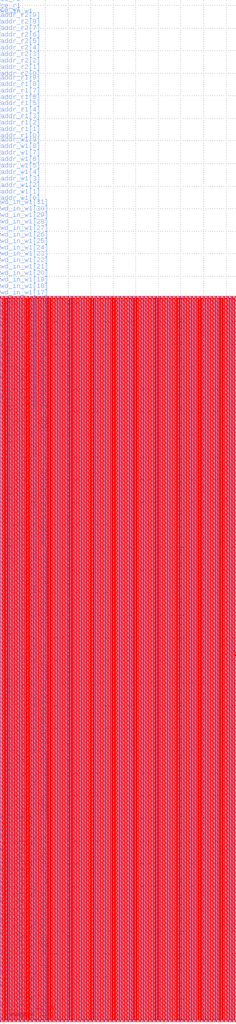
<source format=lef>
VERSION 5.7 ;
BUSBITCHARS "[]" ;
MACRO sram_32x1024_2r1w
  FOREIGN sram_32x1024_2r1w 0 0 ;
  SYMMETRY X Y R90 ;
  SIZE 209.000 BY 642.600 ;
  CLASS BLOCK ;
  PIN w_mask_w1[0]
    DIRECTION INPUT ;
    USE SIGNAL ;
    SHAPE ABUTMENT ;
    PORT
      LAYER metal3 ;
      RECT 0.000 -0.875 0.070 -0.805 ;
    END
  END w_mask_w1[0]
  PIN w_mask_w1[1]
    DIRECTION INPUT ;
    USE SIGNAL ;
    SHAPE ABUTMENT ;
    PORT
      LAYER metal3 ;
      RECT 0.000 4.865 0.070 4.935 ;
    END
  END w_mask_w1[1]
  PIN w_mask_w1[2]
    DIRECTION INPUT ;
    USE SIGNAL ;
    SHAPE ABUTMENT ;
    PORT
      LAYER metal3 ;
      RECT 0.000 10.605 0.070 10.675 ;
    END
  END w_mask_w1[2]
  PIN w_mask_w1[3]
    DIRECTION INPUT ;
    USE SIGNAL ;
    SHAPE ABUTMENT ;
    PORT
      LAYER metal3 ;
      RECT 0.000 16.345 0.070 16.415 ;
    END
  END w_mask_w1[3]
  PIN w_mask_w1[4]
    DIRECTION INPUT ;
    USE SIGNAL ;
    SHAPE ABUTMENT ;
    PORT
      LAYER metal3 ;
      RECT 0.000 22.085 0.070 22.155 ;
    END
  END w_mask_w1[4]
  PIN w_mask_w1[5]
    DIRECTION INPUT ;
    USE SIGNAL ;
    SHAPE ABUTMENT ;
    PORT
      LAYER metal3 ;
      RECT 0.000 27.825 0.070 27.895 ;
    END
  END w_mask_w1[5]
  PIN w_mask_w1[6]
    DIRECTION INPUT ;
    USE SIGNAL ;
    SHAPE ABUTMENT ;
    PORT
      LAYER metal3 ;
      RECT 0.000 33.565 0.070 33.635 ;
    END
  END w_mask_w1[6]
  PIN w_mask_w1[7]
    DIRECTION INPUT ;
    USE SIGNAL ;
    SHAPE ABUTMENT ;
    PORT
      LAYER metal3 ;
      RECT 0.000 39.305 0.070 39.375 ;
    END
  END w_mask_w1[7]
  PIN w_mask_w1[8]
    DIRECTION INPUT ;
    USE SIGNAL ;
    SHAPE ABUTMENT ;
    PORT
      LAYER metal3 ;
      RECT 0.000 45.045 0.070 45.115 ;
    END
  END w_mask_w1[8]
  PIN w_mask_w1[9]
    DIRECTION INPUT ;
    USE SIGNAL ;
    SHAPE ABUTMENT ;
    PORT
      LAYER metal3 ;
      RECT 0.000 50.785 0.070 50.855 ;
    END
  END w_mask_w1[9]
  PIN w_mask_w1[10]
    DIRECTION INPUT ;
    USE SIGNAL ;
    SHAPE ABUTMENT ;
    PORT
      LAYER metal3 ;
      RECT 0.000 56.525 0.070 56.595 ;
    END
  END w_mask_w1[10]
  PIN w_mask_w1[11]
    DIRECTION INPUT ;
    USE SIGNAL ;
    SHAPE ABUTMENT ;
    PORT
      LAYER metal3 ;
      RECT 0.000 62.265 0.070 62.335 ;
    END
  END w_mask_w1[11]
  PIN w_mask_w1[12]
    DIRECTION INPUT ;
    USE SIGNAL ;
    SHAPE ABUTMENT ;
    PORT
      LAYER metal3 ;
      RECT 0.000 68.005 0.070 68.075 ;
    END
  END w_mask_w1[12]
  PIN w_mask_w1[13]
    DIRECTION INPUT ;
    USE SIGNAL ;
    SHAPE ABUTMENT ;
    PORT
      LAYER metal3 ;
      RECT 0.000 73.745 0.070 73.815 ;
    END
  END w_mask_w1[13]
  PIN w_mask_w1[14]
    DIRECTION INPUT ;
    USE SIGNAL ;
    SHAPE ABUTMENT ;
    PORT
      LAYER metal3 ;
      RECT 0.000 79.485 0.070 79.555 ;
    END
  END w_mask_w1[14]
  PIN w_mask_w1[15]
    DIRECTION INPUT ;
    USE SIGNAL ;
    SHAPE ABUTMENT ;
    PORT
      LAYER metal3 ;
      RECT 0.000 85.225 0.070 85.295 ;
    END
  END w_mask_w1[15]
  PIN w_mask_w1[16]
    DIRECTION INPUT ;
    USE SIGNAL ;
    SHAPE ABUTMENT ;
    PORT
      LAYER metal3 ;
      RECT 0.000 90.965 0.070 91.035 ;
    END
  END w_mask_w1[16]
  PIN w_mask_w1[17]
    DIRECTION INPUT ;
    USE SIGNAL ;
    SHAPE ABUTMENT ;
    PORT
      LAYER metal3 ;
      RECT 0.000 96.705 0.070 96.775 ;
    END
  END w_mask_w1[17]
  PIN w_mask_w1[18]
    DIRECTION INPUT ;
    USE SIGNAL ;
    SHAPE ABUTMENT ;
    PORT
      LAYER metal3 ;
      RECT 0.000 102.445 0.070 102.515 ;
    END
  END w_mask_w1[18]
  PIN w_mask_w1[19]
    DIRECTION INPUT ;
    USE SIGNAL ;
    SHAPE ABUTMENT ;
    PORT
      LAYER metal3 ;
      RECT 0.000 108.185 0.070 108.255 ;
    END
  END w_mask_w1[19]
  PIN w_mask_w1[20]
    DIRECTION INPUT ;
    USE SIGNAL ;
    SHAPE ABUTMENT ;
    PORT
      LAYER metal3 ;
      RECT 0.000 113.925 0.070 113.995 ;
    END
  END w_mask_w1[20]
  PIN w_mask_w1[21]
    DIRECTION INPUT ;
    USE SIGNAL ;
    SHAPE ABUTMENT ;
    PORT
      LAYER metal3 ;
      RECT 0.000 119.665 0.070 119.735 ;
    END
  END w_mask_w1[21]
  PIN w_mask_w1[22]
    DIRECTION INPUT ;
    USE SIGNAL ;
    SHAPE ABUTMENT ;
    PORT
      LAYER metal3 ;
      RECT 0.000 125.405 0.070 125.475 ;
    END
  END w_mask_w1[22]
  PIN w_mask_w1[23]
    DIRECTION INPUT ;
    USE SIGNAL ;
    SHAPE ABUTMENT ;
    PORT
      LAYER metal3 ;
      RECT 0.000 131.145 0.070 131.215 ;
    END
  END w_mask_w1[23]
  PIN w_mask_w1[24]
    DIRECTION INPUT ;
    USE SIGNAL ;
    SHAPE ABUTMENT ;
    PORT
      LAYER metal3 ;
      RECT 0.000 136.885 0.070 136.955 ;
    END
  END w_mask_w1[24]
  PIN w_mask_w1[25]
    DIRECTION INPUT ;
    USE SIGNAL ;
    SHAPE ABUTMENT ;
    PORT
      LAYER metal3 ;
      RECT 0.000 142.625 0.070 142.695 ;
    END
  END w_mask_w1[25]
  PIN w_mask_w1[26]
    DIRECTION INPUT ;
    USE SIGNAL ;
    SHAPE ABUTMENT ;
    PORT
      LAYER metal3 ;
      RECT 0.000 148.365 0.070 148.435 ;
    END
  END w_mask_w1[26]
  PIN w_mask_w1[27]
    DIRECTION INPUT ;
    USE SIGNAL ;
    SHAPE ABUTMENT ;
    PORT
      LAYER metal3 ;
      RECT 0.000 154.105 0.070 154.175 ;
    END
  END w_mask_w1[27]
  PIN w_mask_w1[28]
    DIRECTION INPUT ;
    USE SIGNAL ;
    SHAPE ABUTMENT ;
    PORT
      LAYER metal3 ;
      RECT 0.000 159.845 0.070 159.915 ;
    END
  END w_mask_w1[28]
  PIN w_mask_w1[29]
    DIRECTION INPUT ;
    USE SIGNAL ;
    SHAPE ABUTMENT ;
    PORT
      LAYER metal3 ;
      RECT 0.000 165.585 0.070 165.655 ;
    END
  END w_mask_w1[29]
  PIN w_mask_w1[30]
    DIRECTION INPUT ;
    USE SIGNAL ;
    SHAPE ABUTMENT ;
    PORT
      LAYER metal3 ;
      RECT 0.000 171.325 0.070 171.395 ;
    END
  END w_mask_w1[30]
  PIN w_mask_w1[31]
    DIRECTION INPUT ;
    USE SIGNAL ;
    SHAPE ABUTMENT ;
    PORT
      LAYER metal3 ;
      RECT 0.000 177.065 0.070 177.135 ;
    END
  END w_mask_w1[31]
  PIN rd_out_r1[0]
    DIRECTION OUTPUT ;
    USE SIGNAL ;
    SHAPE ABUTMENT ;
    PORT
      LAYER metal3 ;
      RECT 0.000 180.565 0.070 180.635 ;
    END
  END rd_out_r1[0]
  PIN rd_out_r1[1]
    DIRECTION OUTPUT ;
    USE SIGNAL ;
    SHAPE ABUTMENT ;
    PORT
      LAYER metal3 ;
      RECT 0.000 186.305 0.070 186.375 ;
    END
  END rd_out_r1[1]
  PIN rd_out_r1[2]
    DIRECTION OUTPUT ;
    USE SIGNAL ;
    SHAPE ABUTMENT ;
    PORT
      LAYER metal3 ;
      RECT 0.000 192.045 0.070 192.115 ;
    END
  END rd_out_r1[2]
  PIN rd_out_r1[3]
    DIRECTION OUTPUT ;
    USE SIGNAL ;
    SHAPE ABUTMENT ;
    PORT
      LAYER metal3 ;
      RECT 0.000 197.785 0.070 197.855 ;
    END
  END rd_out_r1[3]
  PIN rd_out_r1[4]
    DIRECTION OUTPUT ;
    USE SIGNAL ;
    SHAPE ABUTMENT ;
    PORT
      LAYER metal3 ;
      RECT 0.000 203.525 0.070 203.595 ;
    END
  END rd_out_r1[4]
  PIN rd_out_r1[5]
    DIRECTION OUTPUT ;
    USE SIGNAL ;
    SHAPE ABUTMENT ;
    PORT
      LAYER metal3 ;
      RECT 0.000 209.265 0.070 209.335 ;
    END
  END rd_out_r1[5]
  PIN rd_out_r1[6]
    DIRECTION OUTPUT ;
    USE SIGNAL ;
    SHAPE ABUTMENT ;
    PORT
      LAYER metal3 ;
      RECT 0.000 215.005 0.070 215.075 ;
    END
  END rd_out_r1[6]
  PIN rd_out_r1[7]
    DIRECTION OUTPUT ;
    USE SIGNAL ;
    SHAPE ABUTMENT ;
    PORT
      LAYER metal3 ;
      RECT 0.000 220.745 0.070 220.815 ;
    END
  END rd_out_r1[7]
  PIN rd_out_r1[8]
    DIRECTION OUTPUT ;
    USE SIGNAL ;
    SHAPE ABUTMENT ;
    PORT
      LAYER metal3 ;
      RECT 0.000 226.485 0.070 226.555 ;
    END
  END rd_out_r1[8]
  PIN rd_out_r1[9]
    DIRECTION OUTPUT ;
    USE SIGNAL ;
    SHAPE ABUTMENT ;
    PORT
      LAYER metal3 ;
      RECT 0.000 232.225 0.070 232.295 ;
    END
  END rd_out_r1[9]
  PIN rd_out_r1[10]
    DIRECTION OUTPUT ;
    USE SIGNAL ;
    SHAPE ABUTMENT ;
    PORT
      LAYER metal3 ;
      RECT 0.000 237.965 0.070 238.035 ;
    END
  END rd_out_r1[10]
  PIN rd_out_r1[11]
    DIRECTION OUTPUT ;
    USE SIGNAL ;
    SHAPE ABUTMENT ;
    PORT
      LAYER metal3 ;
      RECT 0.000 243.705 0.070 243.775 ;
    END
  END rd_out_r1[11]
  PIN rd_out_r1[12]
    DIRECTION OUTPUT ;
    USE SIGNAL ;
    SHAPE ABUTMENT ;
    PORT
      LAYER metal3 ;
      RECT 0.000 249.445 0.070 249.515 ;
    END
  END rd_out_r1[12]
  PIN rd_out_r1[13]
    DIRECTION OUTPUT ;
    USE SIGNAL ;
    SHAPE ABUTMENT ;
    PORT
      LAYER metal3 ;
      RECT 0.000 255.185 0.070 255.255 ;
    END
  END rd_out_r1[13]
  PIN rd_out_r1[14]
    DIRECTION OUTPUT ;
    USE SIGNAL ;
    SHAPE ABUTMENT ;
    PORT
      LAYER metal3 ;
      RECT 0.000 260.925 0.070 260.995 ;
    END
  END rd_out_r1[14]
  PIN rd_out_r1[15]
    DIRECTION OUTPUT ;
    USE SIGNAL ;
    SHAPE ABUTMENT ;
    PORT
      LAYER metal3 ;
      RECT 0.000 266.665 0.070 266.735 ;
    END
  END rd_out_r1[15]
  PIN rd_out_r1[16]
    DIRECTION OUTPUT ;
    USE SIGNAL ;
    SHAPE ABUTMENT ;
    PORT
      LAYER metal3 ;
      RECT 0.000 272.405 0.070 272.475 ;
    END
  END rd_out_r1[16]
  PIN rd_out_r1[17]
    DIRECTION OUTPUT ;
    USE SIGNAL ;
    SHAPE ABUTMENT ;
    PORT
      LAYER metal3 ;
      RECT 0.000 278.145 0.070 278.215 ;
    END
  END rd_out_r1[17]
  PIN rd_out_r1[18]
    DIRECTION OUTPUT ;
    USE SIGNAL ;
    SHAPE ABUTMENT ;
    PORT
      LAYER metal3 ;
      RECT 0.000 283.885 0.070 283.955 ;
    END
  END rd_out_r1[18]
  PIN rd_out_r1[19]
    DIRECTION OUTPUT ;
    USE SIGNAL ;
    SHAPE ABUTMENT ;
    PORT
      LAYER metal3 ;
      RECT 0.000 289.625 0.070 289.695 ;
    END
  END rd_out_r1[19]
  PIN rd_out_r1[20]
    DIRECTION OUTPUT ;
    USE SIGNAL ;
    SHAPE ABUTMENT ;
    PORT
      LAYER metal3 ;
      RECT 0.000 295.365 0.070 295.435 ;
    END
  END rd_out_r1[20]
  PIN rd_out_r1[21]
    DIRECTION OUTPUT ;
    USE SIGNAL ;
    SHAPE ABUTMENT ;
    PORT
      LAYER metal3 ;
      RECT 0.000 301.105 0.070 301.175 ;
    END
  END rd_out_r1[21]
  PIN rd_out_r1[22]
    DIRECTION OUTPUT ;
    USE SIGNAL ;
    SHAPE ABUTMENT ;
    PORT
      LAYER metal3 ;
      RECT 0.000 306.845 0.070 306.915 ;
    END
  END rd_out_r1[22]
  PIN rd_out_r1[23]
    DIRECTION OUTPUT ;
    USE SIGNAL ;
    SHAPE ABUTMENT ;
    PORT
      LAYER metal3 ;
      RECT 0.000 312.585 0.070 312.655 ;
    END
  END rd_out_r1[23]
  PIN rd_out_r1[24]
    DIRECTION OUTPUT ;
    USE SIGNAL ;
    SHAPE ABUTMENT ;
    PORT
      LAYER metal3 ;
      RECT 0.000 318.325 0.070 318.395 ;
    END
  END rd_out_r1[24]
  PIN rd_out_r1[25]
    DIRECTION OUTPUT ;
    USE SIGNAL ;
    SHAPE ABUTMENT ;
    PORT
      LAYER metal3 ;
      RECT 0.000 324.065 0.070 324.135 ;
    END
  END rd_out_r1[25]
  PIN rd_out_r1[26]
    DIRECTION OUTPUT ;
    USE SIGNAL ;
    SHAPE ABUTMENT ;
    PORT
      LAYER metal3 ;
      RECT 0.000 329.805 0.070 329.875 ;
    END
  END rd_out_r1[26]
  PIN rd_out_r1[27]
    DIRECTION OUTPUT ;
    USE SIGNAL ;
    SHAPE ABUTMENT ;
    PORT
      LAYER metal3 ;
      RECT 0.000 335.545 0.070 335.615 ;
    END
  END rd_out_r1[27]
  PIN rd_out_r1[28]
    DIRECTION OUTPUT ;
    USE SIGNAL ;
    SHAPE ABUTMENT ;
    PORT
      LAYER metal3 ;
      RECT 0.000 341.285 0.070 341.355 ;
    END
  END rd_out_r1[28]
  PIN rd_out_r1[29]
    DIRECTION OUTPUT ;
    USE SIGNAL ;
    SHAPE ABUTMENT ;
    PORT
      LAYER metal3 ;
      RECT 0.000 347.025 0.070 347.095 ;
    END
  END rd_out_r1[29]
  PIN rd_out_r1[30]
    DIRECTION OUTPUT ;
    USE SIGNAL ;
    SHAPE ABUTMENT ;
    PORT
      LAYER metal3 ;
      RECT 0.000 352.765 0.070 352.835 ;
    END
  END rd_out_r1[30]
  PIN rd_out_r1[31]
    DIRECTION OUTPUT ;
    USE SIGNAL ;
    SHAPE ABUTMENT ;
    PORT
      LAYER metal3 ;
      RECT 0.000 358.505 0.070 358.575 ;
    END
  END rd_out_r1[31]
  PIN rd_out_r2[0]
    DIRECTION OUTPUT ;
    USE SIGNAL ;
    SHAPE ABUTMENT ;
    PORT
      LAYER metal3 ;
      RECT 0.000 362.005 0.070 362.075 ;
    END
  END rd_out_r2[0]
  PIN rd_out_r2[1]
    DIRECTION OUTPUT ;
    USE SIGNAL ;
    SHAPE ABUTMENT ;
    PORT
      LAYER metal3 ;
      RECT 0.000 367.745 0.070 367.815 ;
    END
  END rd_out_r2[1]
  PIN rd_out_r2[2]
    DIRECTION OUTPUT ;
    USE SIGNAL ;
    SHAPE ABUTMENT ;
    PORT
      LAYER metal3 ;
      RECT 0.000 373.485 0.070 373.555 ;
    END
  END rd_out_r2[2]
  PIN rd_out_r2[3]
    DIRECTION OUTPUT ;
    USE SIGNAL ;
    SHAPE ABUTMENT ;
    PORT
      LAYER metal3 ;
      RECT 0.000 379.225 0.070 379.295 ;
    END
  END rd_out_r2[3]
  PIN rd_out_r2[4]
    DIRECTION OUTPUT ;
    USE SIGNAL ;
    SHAPE ABUTMENT ;
    PORT
      LAYER metal3 ;
      RECT 0.000 384.965 0.070 385.035 ;
    END
  END rd_out_r2[4]
  PIN rd_out_r2[5]
    DIRECTION OUTPUT ;
    USE SIGNAL ;
    SHAPE ABUTMENT ;
    PORT
      LAYER metal3 ;
      RECT 0.000 390.705 0.070 390.775 ;
    END
  END rd_out_r2[5]
  PIN rd_out_r2[6]
    DIRECTION OUTPUT ;
    USE SIGNAL ;
    SHAPE ABUTMENT ;
    PORT
      LAYER metal3 ;
      RECT 0.000 396.445 0.070 396.515 ;
    END
  END rd_out_r2[6]
  PIN rd_out_r2[7]
    DIRECTION OUTPUT ;
    USE SIGNAL ;
    SHAPE ABUTMENT ;
    PORT
      LAYER metal3 ;
      RECT 0.000 402.185 0.070 402.255 ;
    END
  END rd_out_r2[7]
  PIN rd_out_r2[8]
    DIRECTION OUTPUT ;
    USE SIGNAL ;
    SHAPE ABUTMENT ;
    PORT
      LAYER metal3 ;
      RECT 0.000 407.925 0.070 407.995 ;
    END
  END rd_out_r2[8]
  PIN rd_out_r2[9]
    DIRECTION OUTPUT ;
    USE SIGNAL ;
    SHAPE ABUTMENT ;
    PORT
      LAYER metal3 ;
      RECT 0.000 413.665 0.070 413.735 ;
    END
  END rd_out_r2[9]
  PIN rd_out_r2[10]
    DIRECTION OUTPUT ;
    USE SIGNAL ;
    SHAPE ABUTMENT ;
    PORT
      LAYER metal3 ;
      RECT 0.000 419.405 0.070 419.475 ;
    END
  END rd_out_r2[10]
  PIN rd_out_r2[11]
    DIRECTION OUTPUT ;
    USE SIGNAL ;
    SHAPE ABUTMENT ;
    PORT
      LAYER metal3 ;
      RECT 0.000 425.145 0.070 425.215 ;
    END
  END rd_out_r2[11]
  PIN rd_out_r2[12]
    DIRECTION OUTPUT ;
    USE SIGNAL ;
    SHAPE ABUTMENT ;
    PORT
      LAYER metal3 ;
      RECT 0.000 430.885 0.070 430.955 ;
    END
  END rd_out_r2[12]
  PIN rd_out_r2[13]
    DIRECTION OUTPUT ;
    USE SIGNAL ;
    SHAPE ABUTMENT ;
    PORT
      LAYER metal3 ;
      RECT 0.000 436.625 0.070 436.695 ;
    END
  END rd_out_r2[13]
  PIN rd_out_r2[14]
    DIRECTION OUTPUT ;
    USE SIGNAL ;
    SHAPE ABUTMENT ;
    PORT
      LAYER metal3 ;
      RECT 0.000 442.365 0.070 442.435 ;
    END
  END rd_out_r2[14]
  PIN rd_out_r2[15]
    DIRECTION OUTPUT ;
    USE SIGNAL ;
    SHAPE ABUTMENT ;
    PORT
      LAYER metal3 ;
      RECT 0.000 448.105 0.070 448.175 ;
    END
  END rd_out_r2[15]
  PIN rd_out_r2[16]
    DIRECTION OUTPUT ;
    USE SIGNAL ;
    SHAPE ABUTMENT ;
    PORT
      LAYER metal3 ;
      RECT 0.000 453.845 0.070 453.915 ;
    END
  END rd_out_r2[16]
  PIN rd_out_r2[17]
    DIRECTION OUTPUT ;
    USE SIGNAL ;
    SHAPE ABUTMENT ;
    PORT
      LAYER metal3 ;
      RECT 0.000 459.585 0.070 459.655 ;
    END
  END rd_out_r2[17]
  PIN rd_out_r2[18]
    DIRECTION OUTPUT ;
    USE SIGNAL ;
    SHAPE ABUTMENT ;
    PORT
      LAYER metal3 ;
      RECT 0.000 465.325 0.070 465.395 ;
    END
  END rd_out_r2[18]
  PIN rd_out_r2[19]
    DIRECTION OUTPUT ;
    USE SIGNAL ;
    SHAPE ABUTMENT ;
    PORT
      LAYER metal3 ;
      RECT 0.000 471.065 0.070 471.135 ;
    END
  END rd_out_r2[19]
  PIN rd_out_r2[20]
    DIRECTION OUTPUT ;
    USE SIGNAL ;
    SHAPE ABUTMENT ;
    PORT
      LAYER metal3 ;
      RECT 0.000 476.805 0.070 476.875 ;
    END
  END rd_out_r2[20]
  PIN rd_out_r2[21]
    DIRECTION OUTPUT ;
    USE SIGNAL ;
    SHAPE ABUTMENT ;
    PORT
      LAYER metal3 ;
      RECT 0.000 482.545 0.070 482.615 ;
    END
  END rd_out_r2[21]
  PIN rd_out_r2[22]
    DIRECTION OUTPUT ;
    USE SIGNAL ;
    SHAPE ABUTMENT ;
    PORT
      LAYER metal3 ;
      RECT 0.000 488.285 0.070 488.355 ;
    END
  END rd_out_r2[22]
  PIN rd_out_r2[23]
    DIRECTION OUTPUT ;
    USE SIGNAL ;
    SHAPE ABUTMENT ;
    PORT
      LAYER metal3 ;
      RECT 0.000 494.025 0.070 494.095 ;
    END
  END rd_out_r2[23]
  PIN rd_out_r2[24]
    DIRECTION OUTPUT ;
    USE SIGNAL ;
    SHAPE ABUTMENT ;
    PORT
      LAYER metal3 ;
      RECT 0.000 499.765 0.070 499.835 ;
    END
  END rd_out_r2[24]
  PIN rd_out_r2[25]
    DIRECTION OUTPUT ;
    USE SIGNAL ;
    SHAPE ABUTMENT ;
    PORT
      LAYER metal3 ;
      RECT 0.000 505.505 0.070 505.575 ;
    END
  END rd_out_r2[25]
  PIN rd_out_r2[26]
    DIRECTION OUTPUT ;
    USE SIGNAL ;
    SHAPE ABUTMENT ;
    PORT
      LAYER metal3 ;
      RECT 0.000 511.245 0.070 511.315 ;
    END
  END rd_out_r2[26]
  PIN rd_out_r2[27]
    DIRECTION OUTPUT ;
    USE SIGNAL ;
    SHAPE ABUTMENT ;
    PORT
      LAYER metal3 ;
      RECT 0.000 516.985 0.070 517.055 ;
    END
  END rd_out_r2[27]
  PIN rd_out_r2[28]
    DIRECTION OUTPUT ;
    USE SIGNAL ;
    SHAPE ABUTMENT ;
    PORT
      LAYER metal3 ;
      RECT 0.000 522.725 0.070 522.795 ;
    END
  END rd_out_r2[28]
  PIN rd_out_r2[29]
    DIRECTION OUTPUT ;
    USE SIGNAL ;
    SHAPE ABUTMENT ;
    PORT
      LAYER metal3 ;
      RECT 0.000 528.465 0.070 528.535 ;
    END
  END rd_out_r2[29]
  PIN rd_out_r2[30]
    DIRECTION OUTPUT ;
    USE SIGNAL ;
    SHAPE ABUTMENT ;
    PORT
      LAYER metal3 ;
      RECT 0.000 534.205 0.070 534.275 ;
    END
  END rd_out_r2[30]
  PIN rd_out_r2[31]
    DIRECTION OUTPUT ;
    USE SIGNAL ;
    SHAPE ABUTMENT ;
    PORT
      LAYER metal3 ;
      RECT 0.000 539.945 0.070 540.015 ;
    END
  END rd_out_r2[31]
  PIN wd_in_w1[0]
    DIRECTION INPUT ;
    USE SIGNAL ;
    SHAPE ABUTMENT ;
    PORT
      LAYER metal3 ;
      RECT 0.000 543.445 0.070 543.515 ;
    END
  END wd_in_w1[0]
  PIN wd_in_w1[1]
    DIRECTION INPUT ;
    USE SIGNAL ;
    SHAPE ABUTMENT ;
    PORT
      LAYER metal3 ;
      RECT 0.000 549.185 0.070 549.255 ;
    END
  END wd_in_w1[1]
  PIN wd_in_w1[2]
    DIRECTION INPUT ;
    USE SIGNAL ;
    SHAPE ABUTMENT ;
    PORT
      LAYER metal3 ;
      RECT 0.000 554.925 0.070 554.995 ;
    END
  END wd_in_w1[2]
  PIN wd_in_w1[3]
    DIRECTION INPUT ;
    USE SIGNAL ;
    SHAPE ABUTMENT ;
    PORT
      LAYER metal3 ;
      RECT 0.000 560.665 0.070 560.735 ;
    END
  END wd_in_w1[3]
  PIN wd_in_w1[4]
    DIRECTION INPUT ;
    USE SIGNAL ;
    SHAPE ABUTMENT ;
    PORT
      LAYER metal3 ;
      RECT 0.000 566.405 0.070 566.475 ;
    END
  END wd_in_w1[4]
  PIN wd_in_w1[5]
    DIRECTION INPUT ;
    USE SIGNAL ;
    SHAPE ABUTMENT ;
    PORT
      LAYER metal3 ;
      RECT 0.000 572.145 0.070 572.215 ;
    END
  END wd_in_w1[5]
  PIN wd_in_w1[6]
    DIRECTION INPUT ;
    USE SIGNAL ;
    SHAPE ABUTMENT ;
    PORT
      LAYER metal3 ;
      RECT 0.000 577.885 0.070 577.955 ;
    END
  END wd_in_w1[6]
  PIN wd_in_w1[7]
    DIRECTION INPUT ;
    USE SIGNAL ;
    SHAPE ABUTMENT ;
    PORT
      LAYER metal3 ;
      RECT 0.000 583.625 0.070 583.695 ;
    END
  END wd_in_w1[7]
  PIN wd_in_w1[8]
    DIRECTION INPUT ;
    USE SIGNAL ;
    SHAPE ABUTMENT ;
    PORT
      LAYER metal3 ;
      RECT 0.000 589.365 0.070 589.435 ;
    END
  END wd_in_w1[8]
  PIN wd_in_w1[9]
    DIRECTION INPUT ;
    USE SIGNAL ;
    SHAPE ABUTMENT ;
    PORT
      LAYER metal3 ;
      RECT 0.000 595.105 0.070 595.175 ;
    END
  END wd_in_w1[9]
  PIN wd_in_w1[10]
    DIRECTION INPUT ;
    USE SIGNAL ;
    SHAPE ABUTMENT ;
    PORT
      LAYER metal3 ;
      RECT 0.000 600.845 0.070 600.915 ;
    END
  END wd_in_w1[10]
  PIN wd_in_w1[11]
    DIRECTION INPUT ;
    USE SIGNAL ;
    SHAPE ABUTMENT ;
    PORT
      LAYER metal3 ;
      RECT 0.000 606.585 0.070 606.655 ;
    END
  END wd_in_w1[11]
  PIN wd_in_w1[12]
    DIRECTION INPUT ;
    USE SIGNAL ;
    SHAPE ABUTMENT ;
    PORT
      LAYER metal3 ;
      RECT 0.000 612.325 0.070 612.395 ;
    END
  END wd_in_w1[12]
  PIN wd_in_w1[13]
    DIRECTION INPUT ;
    USE SIGNAL ;
    SHAPE ABUTMENT ;
    PORT
      LAYER metal3 ;
      RECT 0.000 618.065 0.070 618.135 ;
    END
  END wd_in_w1[13]
  PIN wd_in_w1[14]
    DIRECTION INPUT ;
    USE SIGNAL ;
    SHAPE ABUTMENT ;
    PORT
      LAYER metal3 ;
      RECT 0.000 623.805 0.070 623.875 ;
    END
  END wd_in_w1[14]
  PIN wd_in_w1[15]
    DIRECTION INPUT ;
    USE SIGNAL ;
    SHAPE ABUTMENT ;
    PORT
      LAYER metal3 ;
      RECT 0.000 629.545 0.070 629.615 ;
    END
  END wd_in_w1[15]
  PIN wd_in_w1[16]
    DIRECTION INPUT ;
    USE SIGNAL ;
    SHAPE ABUTMENT ;
    PORT
      LAYER metal3 ;
      RECT 0.000 635.285 0.070 635.355 ;
    END
  END wd_in_w1[16]
  PIN wd_in_w1[17]
    DIRECTION INPUT ;
    USE SIGNAL ;
    SHAPE ABUTMENT ;
    PORT
      LAYER metal3 ;
      RECT 0.000 641.025 0.070 641.095 ;
    END
  END wd_in_w1[17]
  PIN wd_in_w1[18]
    DIRECTION INPUT ;
    USE SIGNAL ;
    SHAPE ABUTMENT ;
    PORT
      LAYER metal3 ;
      RECT 0.000 646.765 0.070 646.835 ;
    END
  END wd_in_w1[18]
  PIN wd_in_w1[19]
    DIRECTION INPUT ;
    USE SIGNAL ;
    SHAPE ABUTMENT ;
    PORT
      LAYER metal3 ;
      RECT 0.000 652.505 0.070 652.575 ;
    END
  END wd_in_w1[19]
  PIN wd_in_w1[20]
    DIRECTION INPUT ;
    USE SIGNAL ;
    SHAPE ABUTMENT ;
    PORT
      LAYER metal3 ;
      RECT 0.000 658.245 0.070 658.315 ;
    END
  END wd_in_w1[20]
  PIN wd_in_w1[21]
    DIRECTION INPUT ;
    USE SIGNAL ;
    SHAPE ABUTMENT ;
    PORT
      LAYER metal3 ;
      RECT 0.000 663.985 0.070 664.055 ;
    END
  END wd_in_w1[21]
  PIN wd_in_w1[22]
    DIRECTION INPUT ;
    USE SIGNAL ;
    SHAPE ABUTMENT ;
    PORT
      LAYER metal3 ;
      RECT 0.000 669.725 0.070 669.795 ;
    END
  END wd_in_w1[22]
  PIN wd_in_w1[23]
    DIRECTION INPUT ;
    USE SIGNAL ;
    SHAPE ABUTMENT ;
    PORT
      LAYER metal3 ;
      RECT 0.000 675.465 0.070 675.535 ;
    END
  END wd_in_w1[23]
  PIN wd_in_w1[24]
    DIRECTION INPUT ;
    USE SIGNAL ;
    SHAPE ABUTMENT ;
    PORT
      LAYER metal3 ;
      RECT 0.000 681.205 0.070 681.275 ;
    END
  END wd_in_w1[24]
  PIN wd_in_w1[25]
    DIRECTION INPUT ;
    USE SIGNAL ;
    SHAPE ABUTMENT ;
    PORT
      LAYER metal3 ;
      RECT 0.000 686.945 0.070 687.015 ;
    END
  END wd_in_w1[25]
  PIN wd_in_w1[26]
    DIRECTION INPUT ;
    USE SIGNAL ;
    SHAPE ABUTMENT ;
    PORT
      LAYER metal3 ;
      RECT 0.000 692.685 0.070 692.755 ;
    END
  END wd_in_w1[26]
  PIN wd_in_w1[27]
    DIRECTION INPUT ;
    USE SIGNAL ;
    SHAPE ABUTMENT ;
    PORT
      LAYER metal3 ;
      RECT 0.000 698.425 0.070 698.495 ;
    END
  END wd_in_w1[27]
  PIN wd_in_w1[28]
    DIRECTION INPUT ;
    USE SIGNAL ;
    SHAPE ABUTMENT ;
    PORT
      LAYER metal3 ;
      RECT 0.000 704.165 0.070 704.235 ;
    END
  END wd_in_w1[28]
  PIN wd_in_w1[29]
    DIRECTION INPUT ;
    USE SIGNAL ;
    SHAPE ABUTMENT ;
    PORT
      LAYER metal3 ;
      RECT 0.000 709.905 0.070 709.975 ;
    END
  END wd_in_w1[29]
  PIN wd_in_w1[30]
    DIRECTION INPUT ;
    USE SIGNAL ;
    SHAPE ABUTMENT ;
    PORT
      LAYER metal3 ;
      RECT 0.000 715.645 0.070 715.715 ;
    END
  END wd_in_w1[30]
  PIN wd_in_w1[31]
    DIRECTION INPUT ;
    USE SIGNAL ;
    SHAPE ABUTMENT ;
    PORT
      LAYER metal3 ;
      RECT 0.000 721.385 0.070 721.455 ;
    END
  END wd_in_w1[31]
  PIN addr_w1[0]
    DIRECTION INPUT ;
    USE SIGNAL ;
    SHAPE ABUTMENT ;
    PORT
      LAYER metal3 ;
      RECT 0.000 724.885 0.070 724.955 ;
    END
  END addr_w1[0]
  PIN addr_w1[1]
    DIRECTION INPUT ;
    USE SIGNAL ;
    SHAPE ABUTMENT ;
    PORT
      LAYER metal3 ;
      RECT 0.000 730.625 0.070 730.695 ;
    END
  END addr_w1[1]
  PIN addr_w1[2]
    DIRECTION INPUT ;
    USE SIGNAL ;
    SHAPE ABUTMENT ;
    PORT
      LAYER metal3 ;
      RECT 0.000 736.365 0.070 736.435 ;
    END
  END addr_w1[2]
  PIN addr_w1[3]
    DIRECTION INPUT ;
    USE SIGNAL ;
    SHAPE ABUTMENT ;
    PORT
      LAYER metal3 ;
      RECT 0.000 742.105 0.070 742.175 ;
    END
  END addr_w1[3]
  PIN addr_w1[4]
    DIRECTION INPUT ;
    USE SIGNAL ;
    SHAPE ABUTMENT ;
    PORT
      LAYER metal3 ;
      RECT 0.000 747.845 0.070 747.915 ;
    END
  END addr_w1[4]
  PIN addr_w1[5]
    DIRECTION INPUT ;
    USE SIGNAL ;
    SHAPE ABUTMENT ;
    PORT
      LAYER metal3 ;
      RECT 0.000 753.585 0.070 753.655 ;
    END
  END addr_w1[5]
  PIN addr_w1[6]
    DIRECTION INPUT ;
    USE SIGNAL ;
    SHAPE ABUTMENT ;
    PORT
      LAYER metal3 ;
      RECT 0.000 759.325 0.070 759.395 ;
    END
  END addr_w1[6]
  PIN addr_w1[7]
    DIRECTION INPUT ;
    USE SIGNAL ;
    SHAPE ABUTMENT ;
    PORT
      LAYER metal3 ;
      RECT 0.000 765.065 0.070 765.135 ;
    END
  END addr_w1[7]
  PIN addr_w1[8]
    DIRECTION INPUT ;
    USE SIGNAL ;
    SHAPE ABUTMENT ;
    PORT
      LAYER metal3 ;
      RECT 0.000 770.805 0.070 770.875 ;
    END
  END addr_w1[8]
  PIN addr_w1[9]
    DIRECTION INPUT ;
    USE SIGNAL ;
    SHAPE ABUTMENT ;
    PORT
      LAYER metal3 ;
      RECT 0.000 776.545 0.070 776.615 ;
    END
  END addr_w1[9]
  PIN addr_r1[0]
    DIRECTION INPUT ;
    USE SIGNAL ;
    SHAPE ABUTMENT ;
    PORT
      LAYER metal3 ;
      RECT 0.000 780.045 0.070 780.115 ;
    END
  END addr_r1[0]
  PIN addr_r1[1]
    DIRECTION INPUT ;
    USE SIGNAL ;
    SHAPE ABUTMENT ;
    PORT
      LAYER metal3 ;
      RECT 0.000 785.785 0.070 785.855 ;
    END
  END addr_r1[1]
  PIN addr_r1[2]
    DIRECTION INPUT ;
    USE SIGNAL ;
    SHAPE ABUTMENT ;
    PORT
      LAYER metal3 ;
      RECT 0.000 791.525 0.070 791.595 ;
    END
  END addr_r1[2]
  PIN addr_r1[3]
    DIRECTION INPUT ;
    USE SIGNAL ;
    SHAPE ABUTMENT ;
    PORT
      LAYER metal3 ;
      RECT 0.000 797.265 0.070 797.335 ;
    END
  END addr_r1[3]
  PIN addr_r1[4]
    DIRECTION INPUT ;
    USE SIGNAL ;
    SHAPE ABUTMENT ;
    PORT
      LAYER metal3 ;
      RECT 0.000 803.005 0.070 803.075 ;
    END
  END addr_r1[4]
  PIN addr_r1[5]
    DIRECTION INPUT ;
    USE SIGNAL ;
    SHAPE ABUTMENT ;
    PORT
      LAYER metal3 ;
      RECT 0.000 808.745 0.070 808.815 ;
    END
  END addr_r1[5]
  PIN addr_r1[6]
    DIRECTION INPUT ;
    USE SIGNAL ;
    SHAPE ABUTMENT ;
    PORT
      LAYER metal3 ;
      RECT 0.000 814.485 0.070 814.555 ;
    END
  END addr_r1[6]
  PIN addr_r1[7]
    DIRECTION INPUT ;
    USE SIGNAL ;
    SHAPE ABUTMENT ;
    PORT
      LAYER metal3 ;
      RECT 0.000 820.225 0.070 820.295 ;
    END
  END addr_r1[7]
  PIN addr_r1[8]
    DIRECTION INPUT ;
    USE SIGNAL ;
    SHAPE ABUTMENT ;
    PORT
      LAYER metal3 ;
      RECT 0.000 825.965 0.070 826.035 ;
    END
  END addr_r1[8]
  PIN addr_r1[9]
    DIRECTION INPUT ;
    USE SIGNAL ;
    SHAPE ABUTMENT ;
    PORT
      LAYER metal3 ;
      RECT 0.000 831.705 0.070 831.775 ;
    END
  END addr_r1[9]
  PIN addr_r2[0]
    DIRECTION INPUT ;
    USE SIGNAL ;
    SHAPE ABUTMENT ;
    PORT
      LAYER metal3 ;
      RECT 0.000 835.205 0.070 835.275 ;
    END
  END addr_r2[0]
  PIN addr_r2[1]
    DIRECTION INPUT ;
    USE SIGNAL ;
    SHAPE ABUTMENT ;
    PORT
      LAYER metal3 ;
      RECT 0.000 840.945 0.070 841.015 ;
    END
  END addr_r2[1]
  PIN addr_r2[2]
    DIRECTION INPUT ;
    USE SIGNAL ;
    SHAPE ABUTMENT ;
    PORT
      LAYER metal3 ;
      RECT 0.000 846.685 0.070 846.755 ;
    END
  END addr_r2[2]
  PIN addr_r2[3]
    DIRECTION INPUT ;
    USE SIGNAL ;
    SHAPE ABUTMENT ;
    PORT
      LAYER metal3 ;
      RECT 0.000 852.425 0.070 852.495 ;
    END
  END addr_r2[3]
  PIN addr_r2[4]
    DIRECTION INPUT ;
    USE SIGNAL ;
    SHAPE ABUTMENT ;
    PORT
      LAYER metal3 ;
      RECT 0.000 858.165 0.070 858.235 ;
    END
  END addr_r2[4]
  PIN addr_r2[5]
    DIRECTION INPUT ;
    USE SIGNAL ;
    SHAPE ABUTMENT ;
    PORT
      LAYER metal3 ;
      RECT 0.000 863.905 0.070 863.975 ;
    END
  END addr_r2[5]
  PIN addr_r2[6]
    DIRECTION INPUT ;
    USE SIGNAL ;
    SHAPE ABUTMENT ;
    PORT
      LAYER metal3 ;
      RECT 0.000 869.645 0.070 869.715 ;
    END
  END addr_r2[6]
  PIN addr_r2[7]
    DIRECTION INPUT ;
    USE SIGNAL ;
    SHAPE ABUTMENT ;
    PORT
      LAYER metal3 ;
      RECT 0.000 875.385 0.070 875.455 ;
    END
  END addr_r2[7]
  PIN addr_r2[8]
    DIRECTION INPUT ;
    USE SIGNAL ;
    SHAPE ABUTMENT ;
    PORT
      LAYER metal3 ;
      RECT 0.000 881.125 0.070 881.195 ;
    END
  END addr_r2[8]
  PIN addr_r2[9]
    DIRECTION INPUT ;
    USE SIGNAL ;
    SHAPE ABUTMENT ;
    PORT
      LAYER metal3 ;
      RECT 0.000 886.865 0.070 886.935 ;
    END
  END addr_r2[9]
  PIN we_in_w1
    DIRECTION INPUT ;
    USE SIGNAL ;
    SHAPE ABUTMENT ;
    PORT
      LAYER metal3 ;
      RECT 0.000 890.365 0.070 890.435 ;
    END
  END we_in_w1
  PIN ce_w1
    DIRECTION INPUT ;
    USE SIGNAL ;
    SHAPE ABUTMENT ;
    PORT
      LAYER metal3 ;
      RECT 0.000 891.625 0.070 891.695 ;
    END
  END ce_w1
  PIN ce_r1
    DIRECTION INPUT ;
    USE SIGNAL ;
    SHAPE ABUTMENT ;
    PORT
      LAYER metal3 ;
      RECT 0.000 895.125 0.070 895.195 ;
    END
  END ce_r1
  PIN ce_r2
    DIRECTION INPUT ;
    USE SIGNAL ;
    SHAPE ABUTMENT ;
    PORT
      LAYER metal3 ;
      RECT 0.000 900.865 0.070 900.935 ;
    END
  END ce_r2
  PIN clk
    DIRECTION INPUT ;
    USE SIGNAL ;
    SHAPE ABUTMENT ;
    PORT
      LAYER metal3 ;
      RECT 0.000 904.365 0.070 904.435 ;
    END
  END clk
  PIN VSS
    DIRECTION INOUT ;
    USE GROUND ;
    PORT
      LAYER metal4 ;
      RECT 1.260 1.400 1.540 641.200 ;
      RECT 3.500 1.400 3.780 641.200 ;
      RECT 5.740 1.400 6.020 641.200 ;
      RECT 7.980 1.400 8.260 641.200 ;
      RECT 10.220 1.400 10.500 641.200 ;
      RECT 12.460 1.400 12.740 641.200 ;
      RECT 14.700 1.400 14.980 641.200 ;
      RECT 16.940 1.400 17.220 641.200 ;
      RECT 19.180 1.400 19.460 641.200 ;
      RECT 21.420 1.400 21.700 641.200 ;
      RECT 23.660 1.400 23.940 641.200 ;
      RECT 25.900 1.400 26.180 641.200 ;
      RECT 28.140 1.400 28.420 641.200 ;
      RECT 30.380 1.400 30.660 641.200 ;
      RECT 32.620 1.400 32.900 641.200 ;
      RECT 34.860 1.400 35.140 641.200 ;
      RECT 37.100 1.400 37.380 641.200 ;
      RECT 39.340 1.400 39.620 641.200 ;
      RECT 41.580 1.400 41.860 641.200 ;
      RECT 43.820 1.400 44.100 641.200 ;
      RECT 46.060 1.400 46.340 641.200 ;
      RECT 48.300 1.400 48.580 641.200 ;
      RECT 50.540 1.400 50.820 641.200 ;
      RECT 52.780 1.400 53.060 641.200 ;
      RECT 55.020 1.400 55.300 641.200 ;
      RECT 57.260 1.400 57.540 641.200 ;
      RECT 59.500 1.400 59.780 641.200 ;
      RECT 61.740 1.400 62.020 641.200 ;
      RECT 63.980 1.400 64.260 641.200 ;
      RECT 66.220 1.400 66.500 641.200 ;
      RECT 68.460 1.400 68.740 641.200 ;
      RECT 70.700 1.400 70.980 641.200 ;
      RECT 72.940 1.400 73.220 641.200 ;
      RECT 75.180 1.400 75.460 641.200 ;
      RECT 77.420 1.400 77.700 641.200 ;
      RECT 79.660 1.400 79.940 641.200 ;
      RECT 81.900 1.400 82.180 641.200 ;
      RECT 84.140 1.400 84.420 641.200 ;
      RECT 86.380 1.400 86.660 641.200 ;
      RECT 88.620 1.400 88.900 641.200 ;
      RECT 90.860 1.400 91.140 641.200 ;
      RECT 93.100 1.400 93.380 641.200 ;
      RECT 95.340 1.400 95.620 641.200 ;
      RECT 97.580 1.400 97.860 641.200 ;
      RECT 99.820 1.400 100.100 641.200 ;
      RECT 102.060 1.400 102.340 641.200 ;
      RECT 104.300 1.400 104.580 641.200 ;
      RECT 106.540 1.400 106.820 641.200 ;
      RECT 108.780 1.400 109.060 641.200 ;
      RECT 111.020 1.400 111.300 641.200 ;
      RECT 113.260 1.400 113.540 641.200 ;
      RECT 115.500 1.400 115.780 641.200 ;
      RECT 117.740 1.400 118.020 641.200 ;
      RECT 119.980 1.400 120.260 641.200 ;
      RECT 122.220 1.400 122.500 641.200 ;
      RECT 124.460 1.400 124.740 641.200 ;
      RECT 126.700 1.400 126.980 641.200 ;
      RECT 128.940 1.400 129.220 641.200 ;
      RECT 131.180 1.400 131.460 641.200 ;
      RECT 133.420 1.400 133.700 641.200 ;
      RECT 135.660 1.400 135.940 641.200 ;
      RECT 137.900 1.400 138.180 641.200 ;
      RECT 140.140 1.400 140.420 641.200 ;
      RECT 142.380 1.400 142.660 641.200 ;
      RECT 144.620 1.400 144.900 641.200 ;
      RECT 146.860 1.400 147.140 641.200 ;
      RECT 149.100 1.400 149.380 641.200 ;
      RECT 151.340 1.400 151.620 641.200 ;
      RECT 153.580 1.400 153.860 641.200 ;
      RECT 155.820 1.400 156.100 641.200 ;
      RECT 158.060 1.400 158.340 641.200 ;
      RECT 160.300 1.400 160.580 641.200 ;
      RECT 162.540 1.400 162.820 641.200 ;
      RECT 164.780 1.400 165.060 641.200 ;
      RECT 167.020 1.400 167.300 641.200 ;
      RECT 169.260 1.400 169.540 641.200 ;
      RECT 171.500 1.400 171.780 641.200 ;
      RECT 173.740 1.400 174.020 641.200 ;
      RECT 175.980 1.400 176.260 641.200 ;
      RECT 178.220 1.400 178.500 641.200 ;
      RECT 180.460 1.400 180.740 641.200 ;
      RECT 182.700 1.400 182.980 641.200 ;
      RECT 184.940 1.400 185.220 641.200 ;
      RECT 187.180 1.400 187.460 641.200 ;
      RECT 189.420 1.400 189.700 641.200 ;
      RECT 191.660 1.400 191.940 641.200 ;
      RECT 193.900 1.400 194.180 641.200 ;
      RECT 196.140 1.400 196.420 641.200 ;
      RECT 198.380 1.400 198.660 641.200 ;
      RECT 200.620 1.400 200.900 641.200 ;
      RECT 202.860 1.400 203.140 641.200 ;
      RECT 205.100 1.400 205.380 641.200 ;
      RECT 207.340 1.400 207.620 641.200 ;
    END
  END VSS
  PIN VDD
    DIRECTION INOUT ;
    USE POWER ;
    PORT
      LAYER metal4 ;
      RECT 2.380 1.400 2.660 641.200 ;
      RECT 4.620 1.400 4.900 641.200 ;
      RECT 6.860 1.400 7.140 641.200 ;
      RECT 9.100 1.400 9.380 641.200 ;
      RECT 11.340 1.400 11.620 641.200 ;
      RECT 13.580 1.400 13.860 641.200 ;
      RECT 15.820 1.400 16.100 641.200 ;
      RECT 18.060 1.400 18.340 641.200 ;
      RECT 20.300 1.400 20.580 641.200 ;
      RECT 22.540 1.400 22.820 641.200 ;
      RECT 24.780 1.400 25.060 641.200 ;
      RECT 27.020 1.400 27.300 641.200 ;
      RECT 29.260 1.400 29.540 641.200 ;
      RECT 31.500 1.400 31.780 641.200 ;
      RECT 33.740 1.400 34.020 641.200 ;
      RECT 35.980 1.400 36.260 641.200 ;
      RECT 38.220 1.400 38.500 641.200 ;
      RECT 40.460 1.400 40.740 641.200 ;
      RECT 42.700 1.400 42.980 641.200 ;
      RECT 44.940 1.400 45.220 641.200 ;
      RECT 47.180 1.400 47.460 641.200 ;
      RECT 49.420 1.400 49.700 641.200 ;
      RECT 51.660 1.400 51.940 641.200 ;
      RECT 53.900 1.400 54.180 641.200 ;
      RECT 56.140 1.400 56.420 641.200 ;
      RECT 58.380 1.400 58.660 641.200 ;
      RECT 60.620 1.400 60.900 641.200 ;
      RECT 62.860 1.400 63.140 641.200 ;
      RECT 65.100 1.400 65.380 641.200 ;
      RECT 67.340 1.400 67.620 641.200 ;
      RECT 69.580 1.400 69.860 641.200 ;
      RECT 71.820 1.400 72.100 641.200 ;
      RECT 74.060 1.400 74.340 641.200 ;
      RECT 76.300 1.400 76.580 641.200 ;
      RECT 78.540 1.400 78.820 641.200 ;
      RECT 80.780 1.400 81.060 641.200 ;
      RECT 83.020 1.400 83.300 641.200 ;
      RECT 85.260 1.400 85.540 641.200 ;
      RECT 87.500 1.400 87.780 641.200 ;
      RECT 89.740 1.400 90.020 641.200 ;
      RECT 91.980 1.400 92.260 641.200 ;
      RECT 94.220 1.400 94.500 641.200 ;
      RECT 96.460 1.400 96.740 641.200 ;
      RECT 98.700 1.400 98.980 641.200 ;
      RECT 100.940 1.400 101.220 641.200 ;
      RECT 103.180 1.400 103.460 641.200 ;
      RECT 105.420 1.400 105.700 641.200 ;
      RECT 107.660 1.400 107.940 641.200 ;
      RECT 109.900 1.400 110.180 641.200 ;
      RECT 112.140 1.400 112.420 641.200 ;
      RECT 114.380 1.400 114.660 641.200 ;
      RECT 116.620 1.400 116.900 641.200 ;
      RECT 118.860 1.400 119.140 641.200 ;
      RECT 121.100 1.400 121.380 641.200 ;
      RECT 123.340 1.400 123.620 641.200 ;
      RECT 125.580 1.400 125.860 641.200 ;
      RECT 127.820 1.400 128.100 641.200 ;
      RECT 130.060 1.400 130.340 641.200 ;
      RECT 132.300 1.400 132.580 641.200 ;
      RECT 134.540 1.400 134.820 641.200 ;
      RECT 136.780 1.400 137.060 641.200 ;
      RECT 139.020 1.400 139.300 641.200 ;
      RECT 141.260 1.400 141.540 641.200 ;
      RECT 143.500 1.400 143.780 641.200 ;
      RECT 145.740 1.400 146.020 641.200 ;
      RECT 147.980 1.400 148.260 641.200 ;
      RECT 150.220 1.400 150.500 641.200 ;
      RECT 152.460 1.400 152.740 641.200 ;
      RECT 154.700 1.400 154.980 641.200 ;
      RECT 156.940 1.400 157.220 641.200 ;
      RECT 159.180 1.400 159.460 641.200 ;
      RECT 161.420 1.400 161.700 641.200 ;
      RECT 163.660 1.400 163.940 641.200 ;
      RECT 165.900 1.400 166.180 641.200 ;
      RECT 168.140 1.400 168.420 641.200 ;
      RECT 170.380 1.400 170.660 641.200 ;
      RECT 172.620 1.400 172.900 641.200 ;
      RECT 174.860 1.400 175.140 641.200 ;
      RECT 177.100 1.400 177.380 641.200 ;
      RECT 179.340 1.400 179.620 641.200 ;
      RECT 181.580 1.400 181.860 641.200 ;
      RECT 183.820 1.400 184.100 641.200 ;
      RECT 186.060 1.400 186.340 641.200 ;
      RECT 188.300 1.400 188.580 641.200 ;
      RECT 190.540 1.400 190.820 641.200 ;
      RECT 192.780 1.400 193.060 641.200 ;
      RECT 195.020 1.400 195.300 641.200 ;
      RECT 197.260 1.400 197.540 641.200 ;
      RECT 199.500 1.400 199.780 641.200 ;
      RECT 201.740 1.400 202.020 641.200 ;
      RECT 203.980 1.400 204.260 641.200 ;
      RECT 206.220 1.400 206.500 641.200 ;
    END
  END VDD
  OBS
    LAYER metal1 ;
    RECT 0 0 209.000 642.600 ;
    LAYER metal2 ;
    RECT 0 0 209.000 642.600 ;
    LAYER metal3 ;
    RECT 0.070 0 209.000 642.600 ;
    RECT 0 0.000 0.070 1.365 ;
    RECT 0 1.435 0.070 7.105 ;
    RECT 0 7.175 0.070 12.845 ;
    RECT 0 12.915 0.070 18.585 ;
    RECT 0 18.655 0.070 24.325 ;
    RECT 0 24.395 0.070 30.065 ;
    RECT 0 30.135 0.070 35.805 ;
    RECT 0 35.875 0.070 41.545 ;
    RECT 0 41.615 0.070 47.285 ;
    RECT 0 47.355 0.070 53.025 ;
    RECT 0 53.095 0.070 58.765 ;
    RECT 0 58.835 0.070 64.505 ;
    RECT 0 64.575 0.070 70.245 ;
    RECT 0 70.315 0.070 75.985 ;
    RECT 0 76.055 0.070 81.725 ;
    RECT 0 81.795 0.070 87.465 ;
    RECT 0 87.535 0.070 93.205 ;
    RECT 0 93.275 0.070 98.945 ;
    RECT 0 99.015 0.070 104.685 ;
    RECT 0 104.755 0.070 110.425 ;
    RECT 0 110.495 0.070 116.165 ;
    RECT 0 116.235 0.070 121.905 ;
    RECT 0 121.975 0.070 127.645 ;
    RECT 0 127.715 0.070 133.385 ;
    RECT 0 133.455 0.070 139.125 ;
    RECT 0 139.195 0.070 144.865 ;
    RECT 0 144.935 0.070 150.605 ;
    RECT 0 150.675 0.070 156.345 ;
    RECT 0 156.415 0.070 162.085 ;
    RECT 0 162.155 0.070 167.825 ;
    RECT 0 167.895 0.070 173.565 ;
    RECT 0 173.635 0.070 179.305 ;
    RECT 0 179.375 0.070 182.805 ;
    RECT 0 182.875 0.070 188.545 ;
    RECT 0 188.615 0.070 194.285 ;
    RECT 0 194.355 0.070 200.025 ;
    RECT 0 200.095 0.070 205.765 ;
    RECT 0 205.835 0.070 211.505 ;
    RECT 0 211.575 0.070 217.245 ;
    RECT 0 217.315 0.070 222.985 ;
    RECT 0 223.055 0.070 228.725 ;
    RECT 0 228.795 0.070 234.465 ;
    RECT 0 234.535 0.070 240.205 ;
    RECT 0 240.275 0.070 245.945 ;
    RECT 0 246.015 0.070 251.685 ;
    RECT 0 251.755 0.070 257.425 ;
    RECT 0 257.495 0.070 263.165 ;
    RECT 0 263.235 0.070 268.905 ;
    RECT 0 268.975 0.070 274.645 ;
    RECT 0 274.715 0.070 280.385 ;
    RECT 0 280.455 0.070 286.125 ;
    RECT 0 286.195 0.070 291.865 ;
    RECT 0 291.935 0.070 297.605 ;
    RECT 0 297.675 0.070 303.345 ;
    RECT 0 303.415 0.070 309.085 ;
    RECT 0 309.155 0.070 314.825 ;
    RECT 0 314.895 0.070 320.565 ;
    RECT 0 320.635 0.070 326.305 ;
    RECT 0 326.375 0.070 332.045 ;
    RECT 0 332.115 0.070 337.785 ;
    RECT 0 337.855 0.070 343.525 ;
    RECT 0 343.595 0.070 349.265 ;
    RECT 0 349.335 0.070 355.005 ;
    RECT 0 355.075 0.070 360.745 ;
    RECT 0 360.815 0.070 364.245 ;
    RECT 0 364.315 0.070 369.985 ;
    RECT 0 370.055 0.070 375.725 ;
    RECT 0 375.795 0.070 381.465 ;
    RECT 0 381.535 0.070 387.205 ;
    RECT 0 387.275 0.070 392.945 ;
    RECT 0 393.015 0.070 398.685 ;
    RECT 0 398.755 0.070 404.425 ;
    RECT 0 404.495 0.070 410.165 ;
    RECT 0 410.235 0.070 415.905 ;
    RECT 0 415.975 0.070 421.645 ;
    RECT 0 421.715 0.070 427.385 ;
    RECT 0 427.455 0.070 433.125 ;
    RECT 0 433.195 0.070 438.865 ;
    RECT 0 438.935 0.070 444.605 ;
    RECT 0 444.675 0.070 450.345 ;
    RECT 0 450.415 0.070 456.085 ;
    RECT 0 456.155 0.070 461.825 ;
    RECT 0 461.895 0.070 467.565 ;
    RECT 0 467.635 0.070 473.305 ;
    RECT 0 473.375 0.070 479.045 ;
    RECT 0 479.115 0.070 484.785 ;
    RECT 0 484.855 0.070 490.525 ;
    RECT 0 490.595 0.070 496.265 ;
    RECT 0 496.335 0.070 502.005 ;
    RECT 0 502.075 0.070 507.745 ;
    RECT 0 507.815 0.070 513.485 ;
    RECT 0 513.555 0.070 519.225 ;
    RECT 0 519.295 0.070 524.965 ;
    RECT 0 525.035 0.070 530.705 ;
    RECT 0 530.775 0.070 536.445 ;
    RECT 0 536.515 0.070 542.185 ;
    RECT 0 542.255 0.070 545.685 ;
    RECT 0 545.755 0.070 551.425 ;
    RECT 0 551.495 0.070 557.165 ;
    RECT 0 557.235 0.070 562.905 ;
    RECT 0 562.975 0.070 568.645 ;
    RECT 0 568.715 0.070 574.385 ;
    RECT 0 574.455 0.070 580.125 ;
    RECT 0 580.195 0.070 585.865 ;
    RECT 0 585.935 0.070 591.605 ;
    RECT 0 591.675 0.070 597.345 ;
    RECT 0 597.415 0.070 600.845 ;
    RECT 0 600.915 0.070 606.585 ;
    RECT 0 606.655 0.070 612.325 ;
    RECT 0 612.395 0.070 642.600 ;
    LAYER metal4 ;
    RECT 0 0 209.000 1.400 ;
    RECT 0 641.200 209.000 642.600 ;
    RECT 0.000 1.400 1.260 641.200 ;
    RECT 1.540 1.400 2.380 641.200 ;
    RECT 2.660 1.400 3.500 641.200 ;
    RECT 3.780 1.400 4.620 641.200 ;
    RECT 4.900 1.400 5.740 641.200 ;
    RECT 6.020 1.400 6.860 641.200 ;
    RECT 7.140 1.400 7.980 641.200 ;
    RECT 8.260 1.400 9.100 641.200 ;
    RECT 9.380 1.400 10.220 641.200 ;
    RECT 10.500 1.400 11.340 641.200 ;
    RECT 11.620 1.400 12.460 641.200 ;
    RECT 12.740 1.400 13.580 641.200 ;
    RECT 13.860 1.400 14.700 641.200 ;
    RECT 14.980 1.400 15.820 641.200 ;
    RECT 16.100 1.400 16.940 641.200 ;
    RECT 17.220 1.400 18.060 641.200 ;
    RECT 18.340 1.400 19.180 641.200 ;
    RECT 19.460 1.400 20.300 641.200 ;
    RECT 20.580 1.400 21.420 641.200 ;
    RECT 21.700 1.400 22.540 641.200 ;
    RECT 22.820 1.400 23.660 641.200 ;
    RECT 23.940 1.400 24.780 641.200 ;
    RECT 25.060 1.400 25.900 641.200 ;
    RECT 26.180 1.400 27.020 641.200 ;
    RECT 27.300 1.400 28.140 641.200 ;
    RECT 28.420 1.400 29.260 641.200 ;
    RECT 29.540 1.400 30.380 641.200 ;
    RECT 30.660 1.400 31.500 641.200 ;
    RECT 31.780 1.400 32.620 641.200 ;
    RECT 32.900 1.400 33.740 641.200 ;
    RECT 34.020 1.400 34.860 641.200 ;
    RECT 35.140 1.400 35.980 641.200 ;
    RECT 36.260 1.400 37.100 641.200 ;
    RECT 37.380 1.400 38.220 641.200 ;
    RECT 38.500 1.400 39.340 641.200 ;
    RECT 39.620 1.400 40.460 641.200 ;
    RECT 40.740 1.400 41.580 641.200 ;
    RECT 41.860 1.400 42.700 641.200 ;
    RECT 42.980 1.400 43.820 641.200 ;
    RECT 44.100 1.400 44.940 641.200 ;
    RECT 45.220 1.400 46.060 641.200 ;
    RECT 46.340 1.400 47.180 641.200 ;
    RECT 47.460 1.400 48.300 641.200 ;
    RECT 48.580 1.400 49.420 641.200 ;
    RECT 49.700 1.400 50.540 641.200 ;
    RECT 50.820 1.400 51.660 641.200 ;
    RECT 51.940 1.400 52.780 641.200 ;
    RECT 53.060 1.400 53.900 641.200 ;
    RECT 54.180 1.400 55.020 641.200 ;
    RECT 55.300 1.400 56.140 641.200 ;
    RECT 56.420 1.400 57.260 641.200 ;
    RECT 57.540 1.400 58.380 641.200 ;
    RECT 58.660 1.400 59.500 641.200 ;
    RECT 59.780 1.400 60.620 641.200 ;
    RECT 60.900 1.400 61.740 641.200 ;
    RECT 62.020 1.400 62.860 641.200 ;
    RECT 63.140 1.400 63.980 641.200 ;
    RECT 64.260 1.400 65.100 641.200 ;
    RECT 65.380 1.400 66.220 641.200 ;
    RECT 66.500 1.400 67.340 641.200 ;
    RECT 67.620 1.400 68.460 641.200 ;
    RECT 68.740 1.400 69.580 641.200 ;
    RECT 69.860 1.400 70.700 641.200 ;
    RECT 70.980 1.400 71.820 641.200 ;
    RECT 72.100 1.400 72.940 641.200 ;
    RECT 73.220 1.400 74.060 641.200 ;
    RECT 74.340 1.400 75.180 641.200 ;
    RECT 75.460 1.400 76.300 641.200 ;
    RECT 76.580 1.400 77.420 641.200 ;
    RECT 77.700 1.400 78.540 641.200 ;
    RECT 78.820 1.400 79.660 641.200 ;
    RECT 79.940 1.400 80.780 641.200 ;
    RECT 81.060 1.400 81.900 641.200 ;
    RECT 82.180 1.400 83.020 641.200 ;
    RECT 83.300 1.400 84.140 641.200 ;
    RECT 84.420 1.400 85.260 641.200 ;
    RECT 85.540 1.400 86.380 641.200 ;
    RECT 86.660 1.400 87.500 641.200 ;
    RECT 87.780 1.400 88.620 641.200 ;
    RECT 88.900 1.400 89.740 641.200 ;
    RECT 90.020 1.400 90.860 641.200 ;
    RECT 91.140 1.400 91.980 641.200 ;
    RECT 92.260 1.400 93.100 641.200 ;
    RECT 93.380 1.400 94.220 641.200 ;
    RECT 94.500 1.400 95.340 641.200 ;
    RECT 95.620 1.400 96.460 641.200 ;
    RECT 96.740 1.400 97.580 641.200 ;
    RECT 97.860 1.400 98.700 641.200 ;
    RECT 98.980 1.400 99.820 641.200 ;
    RECT 100.100 1.400 100.940 641.200 ;
    RECT 101.220 1.400 102.060 641.200 ;
    RECT 102.340 1.400 103.180 641.200 ;
    RECT 103.460 1.400 104.300 641.200 ;
    RECT 104.580 1.400 105.420 641.200 ;
    RECT 105.700 1.400 106.540 641.200 ;
    RECT 106.820 1.400 107.660 641.200 ;
    RECT 107.940 1.400 108.780 641.200 ;
    RECT 109.060 1.400 109.900 641.200 ;
    RECT 110.180 1.400 111.020 641.200 ;
    RECT 111.300 1.400 112.140 641.200 ;
    RECT 112.420 1.400 113.260 641.200 ;
    RECT 113.540 1.400 114.380 641.200 ;
    RECT 114.660 1.400 115.500 641.200 ;
    RECT 115.780 1.400 116.620 641.200 ;
    RECT 116.900 1.400 117.740 641.200 ;
    RECT 118.020 1.400 118.860 641.200 ;
    RECT 119.140 1.400 119.980 641.200 ;
    RECT 120.260 1.400 121.100 641.200 ;
    RECT 121.380 1.400 122.220 641.200 ;
    RECT 122.500 1.400 123.340 641.200 ;
    RECT 123.620 1.400 124.460 641.200 ;
    RECT 124.740 1.400 125.580 641.200 ;
    RECT 125.860 1.400 126.700 641.200 ;
    RECT 126.980 1.400 127.820 641.200 ;
    RECT 128.100 1.400 128.940 641.200 ;
    RECT 129.220 1.400 130.060 641.200 ;
    RECT 130.340 1.400 131.180 641.200 ;
    RECT 131.460 1.400 132.300 641.200 ;
    RECT 132.580 1.400 133.420 641.200 ;
    RECT 133.700 1.400 134.540 641.200 ;
    RECT 134.820 1.400 135.660 641.200 ;
    RECT 135.940 1.400 136.780 641.200 ;
    RECT 137.060 1.400 137.900 641.200 ;
    RECT 138.180 1.400 139.020 641.200 ;
    RECT 139.300 1.400 140.140 641.200 ;
    RECT 140.420 1.400 141.260 641.200 ;
    RECT 141.540 1.400 142.380 641.200 ;
    RECT 142.660 1.400 143.500 641.200 ;
    RECT 143.780 1.400 144.620 641.200 ;
    RECT 144.900 1.400 145.740 641.200 ;
    RECT 146.020 1.400 146.860 641.200 ;
    RECT 147.140 1.400 147.980 641.200 ;
    RECT 148.260 1.400 149.100 641.200 ;
    RECT 149.380 1.400 150.220 641.200 ;
    RECT 150.500 1.400 151.340 641.200 ;
    RECT 151.620 1.400 152.460 641.200 ;
    RECT 152.740 1.400 153.580 641.200 ;
    RECT 153.860 1.400 154.700 641.200 ;
    RECT 154.980 1.400 155.820 641.200 ;
    RECT 156.100 1.400 156.940 641.200 ;
    RECT 157.220 1.400 158.060 641.200 ;
    RECT 158.340 1.400 159.180 641.200 ;
    RECT 159.460 1.400 160.300 641.200 ;
    RECT 160.580 1.400 161.420 641.200 ;
    RECT 161.700 1.400 162.540 641.200 ;
    RECT 162.820 1.400 163.660 641.200 ;
    RECT 163.940 1.400 164.780 641.200 ;
    RECT 165.060 1.400 165.900 641.200 ;
    RECT 166.180 1.400 167.020 641.200 ;
    RECT 167.300 1.400 168.140 641.200 ;
    RECT 168.420 1.400 169.260 641.200 ;
    RECT 169.540 1.400 170.380 641.200 ;
    RECT 170.660 1.400 171.500 641.200 ;
    RECT 171.780 1.400 172.620 641.200 ;
    RECT 172.900 1.400 173.740 641.200 ;
    RECT 174.020 1.400 174.860 641.200 ;
    RECT 175.140 1.400 175.980 641.200 ;
    RECT 176.260 1.400 177.100 641.200 ;
    RECT 177.380 1.400 178.220 641.200 ;
    RECT 178.500 1.400 179.340 641.200 ;
    RECT 179.620 1.400 180.460 641.200 ;
    RECT 180.740 1.400 181.580 641.200 ;
    RECT 181.860 1.400 182.700 641.200 ;
    RECT 182.980 1.400 183.820 641.200 ;
    RECT 184.100 1.400 184.940 641.200 ;
    RECT 185.220 1.400 186.060 641.200 ;
    RECT 186.340 1.400 187.180 641.200 ;
    RECT 187.460 1.400 188.300 641.200 ;
    RECT 188.580 1.400 189.420 641.200 ;
    RECT 189.700 1.400 190.540 641.200 ;
    RECT 190.820 1.400 191.660 641.200 ;
    RECT 191.940 1.400 192.780 641.200 ;
    RECT 193.060 1.400 193.900 641.200 ;
    RECT 194.180 1.400 195.020 641.200 ;
    RECT 195.300 1.400 196.140 641.200 ;
    RECT 196.420 1.400 197.260 641.200 ;
    RECT 197.540 1.400 198.380 641.200 ;
    RECT 198.660 1.400 199.500 641.200 ;
    RECT 199.780 1.400 200.620 641.200 ;
    RECT 200.900 1.400 201.740 641.200 ;
    RECT 202.020 1.400 202.860 641.200 ;
    RECT 203.140 1.400 203.980 641.200 ;
    RECT 204.260 1.400 205.100 641.200 ;
    RECT 205.380 1.400 206.220 641.200 ;
    RECT 206.500 1.400 207.340 641.200 ;
    RECT 207.620 1.400 209.000 641.200 ;
    LAYER OVERLAP ;
    RECT 0 0 209.000 642.600 ;
  END
END sram_32x1024_2r1w

END LIBRARY

</source>
